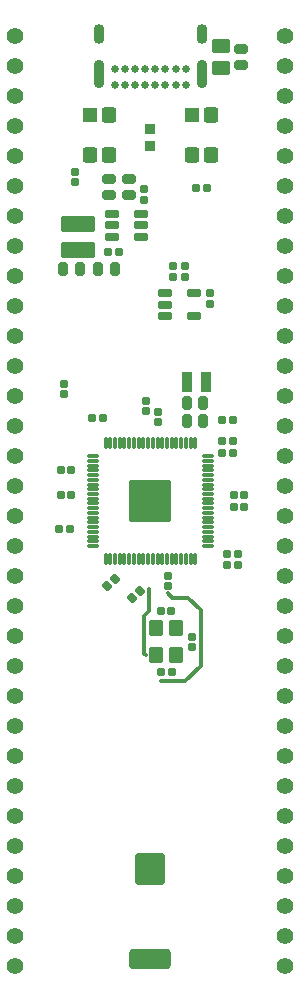
<source format=gts>
G04*
G04 #@! TF.GenerationSoftware,Altium Limited,Altium Designer,25.4.2 (15)*
G04*
G04 Layer_Color=8388736*
%FSLAX44Y44*%
%MOMM*%
G71*
G04*
G04 #@! TF.SameCoordinates,8C631885-24FB-4105-B1F4-A81627B1BDD2*
G04*
G04*
G04 #@! TF.FilePolarity,Negative*
G04*
G01*
G75*
G04:AMPARAMS|DCode=33|XSize=0.87mm|YSize=1.14mm|CornerRadius=0.165mm|HoleSize=0mm|Usage=FLASHONLY|Rotation=90.000|XOffset=0mm|YOffset=0mm|HoleType=Round|Shape=RoundedRectangle|*
%AMROUNDEDRECTD33*
21,1,0.8700,0.8100,0,0,90.0*
21,1,0.5400,1.1400,0,0,90.0*
1,1,0.3300,0.4050,0.2700*
1,1,0.3300,0.4050,-0.2700*
1,1,0.3300,-0.4050,-0.2700*
1,1,0.3300,-0.4050,0.2700*
%
%ADD33ROUNDEDRECTD33*%
G04:AMPARAMS|DCode=34|XSize=1.55mm|YSize=1.2mm|CornerRadius=0.2063mm|HoleSize=0mm|Usage=FLASHONLY|Rotation=180.000|XOffset=0mm|YOffset=0mm|HoleType=Round|Shape=RoundedRectangle|*
%AMROUNDEDRECTD34*
21,1,1.5500,0.7875,0,0,180.0*
21,1,1.1375,1.2000,0,0,180.0*
1,1,0.4125,-0.5688,0.3938*
1,1,0.4125,0.5688,0.3938*
1,1,0.4125,0.5688,-0.3938*
1,1,0.4125,-0.5688,-0.3938*
%
%ADD34ROUNDEDRECTD34*%
G04:AMPARAMS|DCode=35|XSize=2.7mm|YSize=2.5mm|CornerRadius=0.25mm|HoleSize=0mm|Usage=FLASHONLY|Rotation=90.000|XOffset=0mm|YOffset=0mm|HoleType=Round|Shape=RoundedRectangle|*
%AMROUNDEDRECTD35*
21,1,2.7000,2.0000,0,0,90.0*
21,1,2.2000,2.5000,0,0,90.0*
1,1,0.5000,1.0000,1.1000*
1,1,0.5000,1.0000,-1.1000*
1,1,0.5000,-1.0000,-1.1000*
1,1,0.5000,-1.0000,1.1000*
%
%ADD35ROUNDEDRECTD35*%
G04:AMPARAMS|DCode=36|XSize=1.7mm|YSize=3.5mm|CornerRadius=0.25mm|HoleSize=0mm|Usage=FLASHONLY|Rotation=90.000|XOffset=0mm|YOffset=0mm|HoleType=Round|Shape=RoundedRectangle|*
%AMROUNDEDRECTD36*
21,1,1.7000,3.0000,0,0,90.0*
21,1,1.2000,3.5000,0,0,90.0*
1,1,0.5000,1.5000,0.6000*
1,1,0.5000,1.5000,-0.6000*
1,1,0.5000,-1.5000,-0.6000*
1,1,0.5000,-1.5000,0.6000*
%
%ADD36ROUNDEDRECTD36*%
G04:AMPARAMS|DCode=37|XSize=1.3mm|YSize=2.8mm|CornerRadius=0.1mm|HoleSize=0mm|Usage=FLASHONLY|Rotation=90.000|XOffset=0mm|YOffset=0mm|HoleType=Round|Shape=RoundedRectangle|*
%AMROUNDEDRECTD37*
21,1,1.3000,2.6000,0,0,90.0*
21,1,1.1000,2.8000,0,0,90.0*
1,1,0.2000,1.3000,0.5500*
1,1,0.2000,1.3000,-0.5500*
1,1,0.2000,-1.3000,-0.5500*
1,1,0.2000,-1.3000,0.5500*
%
%ADD37ROUNDEDRECTD37*%
G04:AMPARAMS|DCode=38|XSize=0.9mm|YSize=0.9mm|CornerRadius=0.1mm|HoleSize=0mm|Usage=FLASHONLY|Rotation=270.000|XOffset=0mm|YOffset=0mm|HoleType=Round|Shape=RoundedRectangle|*
%AMROUNDEDRECTD38*
21,1,0.9000,0.7000,0,0,270.0*
21,1,0.7000,0.9000,0,0,270.0*
1,1,0.2000,-0.3500,-0.3500*
1,1,0.2000,-0.3500,0.3500*
1,1,0.2000,0.3500,0.3500*
1,1,0.2000,0.3500,-0.3500*
%
%ADD38ROUNDEDRECTD38*%
G04:AMPARAMS|DCode=39|XSize=0.87mm|YSize=1.14mm|CornerRadius=0.165mm|HoleSize=0mm|Usage=FLASHONLY|Rotation=0.000|XOffset=0mm|YOffset=0mm|HoleType=Round|Shape=RoundedRectangle|*
%AMROUNDEDRECTD39*
21,1,0.8700,0.8100,0,0,0.0*
21,1,0.5400,1.1400,0,0,0.0*
1,1,0.3300,0.2700,-0.4050*
1,1,0.3300,-0.2700,-0.4050*
1,1,0.3300,-0.2700,0.4050*
1,1,0.3300,0.2700,0.4050*
%
%ADD39ROUNDEDRECTD39*%
G04:AMPARAMS|DCode=40|XSize=0.7mm|YSize=0.75mm|CornerRadius=0.1438mm|HoleSize=0mm|Usage=FLASHONLY|Rotation=270.000|XOffset=0mm|YOffset=0mm|HoleType=Round|Shape=RoundedRectangle|*
%AMROUNDEDRECTD40*
21,1,0.7000,0.4625,0,0,270.0*
21,1,0.4125,0.7500,0,0,270.0*
1,1,0.2875,-0.2313,-0.2063*
1,1,0.2875,-0.2313,0.2063*
1,1,0.2875,0.2313,0.2063*
1,1,0.2875,0.2313,-0.2063*
%
%ADD40ROUNDEDRECTD40*%
G04:AMPARAMS|DCode=41|XSize=0.7mm|YSize=0.75mm|CornerRadius=0.1438mm|HoleSize=0mm|Usage=FLASHONLY|Rotation=0.000|XOffset=0mm|YOffset=0mm|HoleType=Round|Shape=RoundedRectangle|*
%AMROUNDEDRECTD41*
21,1,0.7000,0.4625,0,0,0.0*
21,1,0.4125,0.7500,0,0,0.0*
1,1,0.2875,0.2063,-0.2313*
1,1,0.2875,-0.2063,-0.2313*
1,1,0.2875,-0.2063,0.2313*
1,1,0.2875,0.2063,0.2313*
%
%ADD41ROUNDEDRECTD41*%
G04:AMPARAMS|DCode=42|XSize=0.7mm|YSize=0.75mm|CornerRadius=0.1438mm|HoleSize=0mm|Usage=FLASHONLY|Rotation=225.000|XOffset=0mm|YOffset=0mm|HoleType=Round|Shape=RoundedRectangle|*
%AMROUNDEDRECTD42*
21,1,0.7000,0.4625,0,0,225.0*
21,1,0.4125,0.7500,0,0,225.0*
1,1,0.2875,-0.3094,0.0177*
1,1,0.2875,-0.0177,0.3094*
1,1,0.2875,0.3094,-0.0177*
1,1,0.2875,0.0177,-0.3094*
%
%ADD42ROUNDEDRECTD42*%
G04:AMPARAMS|DCode=43|XSize=0.9mm|YSize=1.7mm|CornerRadius=0.1mm|HoleSize=0mm|Usage=FLASHONLY|Rotation=0.000|XOffset=0mm|YOffset=0mm|HoleType=Round|Shape=RoundedRectangle|*
%AMROUNDEDRECTD43*
21,1,0.9000,1.5000,0,0,0.0*
21,1,0.7000,1.7000,0,0,0.0*
1,1,0.2000,0.3500,-0.7500*
1,1,0.2000,-0.3500,-0.7500*
1,1,0.2000,-0.3500,0.7500*
1,1,0.2000,0.3500,0.7500*
%
%ADD43ROUNDEDRECTD43*%
G04:AMPARAMS|DCode=44|XSize=1.2mm|YSize=0.7mm|CornerRadius=0.1438mm|HoleSize=0mm|Usage=FLASHONLY|Rotation=0.000|XOffset=0mm|YOffset=0mm|HoleType=Round|Shape=RoundedRectangle|*
%AMROUNDEDRECTD44*
21,1,1.2000,0.4125,0,0,0.0*
21,1,0.9125,0.7000,0,0,0.0*
1,1,0.2875,0.4563,-0.2063*
1,1,0.2875,-0.4563,-0.2063*
1,1,0.2875,-0.4563,0.2063*
1,1,0.2875,0.4563,0.2063*
%
%ADD44ROUNDEDRECTD44*%
G04:AMPARAMS|DCode=45|XSize=1.15mm|YSize=1.4mm|CornerRadius=0.1mm|HoleSize=0mm|Usage=FLASHONLY|Rotation=0.000|XOffset=0mm|YOffset=0mm|HoleType=Round|Shape=RoundedRectangle|*
%AMROUNDEDRECTD45*
21,1,1.1500,1.2000,0,0,0.0*
21,1,0.9500,1.4000,0,0,0.0*
1,1,0.2000,0.4750,-0.6000*
1,1,0.2000,-0.4750,-0.6000*
1,1,0.2000,-0.4750,0.6000*
1,1,0.2000,0.4750,0.6000*
%
%ADD45ROUNDEDRECTD45*%
G04:AMPARAMS|DCode=46|XSize=1.15mm|YSize=0.65mm|CornerRadius=0.1188mm|HoleSize=0mm|Usage=FLASHONLY|Rotation=180.000|XOffset=0mm|YOffset=0mm|HoleType=Round|Shape=RoundedRectangle|*
%AMROUNDEDRECTD46*
21,1,1.1500,0.4125,0,0,180.0*
21,1,0.9125,0.6500,0,0,180.0*
1,1,0.2375,-0.4563,0.2063*
1,1,0.2375,0.4563,0.2063*
1,1,0.2375,0.4563,-0.2063*
1,1,0.2375,-0.4563,-0.2063*
%
%ADD46ROUNDEDRECTD46*%
G04:AMPARAMS|DCode=47|XSize=0.3mm|YSize=0.95mm|CornerRadius=0.1mm|HoleSize=0mm|Usage=FLASHONLY|Rotation=90.000|XOffset=0mm|YOffset=0mm|HoleType=Round|Shape=RoundedRectangle|*
%AMROUNDEDRECTD47*
21,1,0.3000,0.7500,0,0,90.0*
21,1,0.1000,0.9500,0,0,90.0*
1,1,0.2000,0.3750,0.0500*
1,1,0.2000,0.3750,-0.0500*
1,1,0.2000,-0.3750,-0.0500*
1,1,0.2000,-0.3750,0.0500*
%
%ADD47ROUNDEDRECTD47*%
G04:AMPARAMS|DCode=48|XSize=0.3mm|YSize=0.95mm|CornerRadius=0.1mm|HoleSize=0mm|Usage=FLASHONLY|Rotation=0.000|XOffset=0mm|YOffset=0mm|HoleType=Round|Shape=RoundedRectangle|*
%AMROUNDEDRECTD48*
21,1,0.3000,0.7500,0,0,0.0*
21,1,0.1000,0.9500,0,0,0.0*
1,1,0.2000,0.0500,-0.3750*
1,1,0.2000,-0.0500,-0.3750*
1,1,0.2000,-0.0500,0.3750*
1,1,0.2000,0.0500,0.3750*
%
%ADD48ROUNDEDRECTD48*%
G04:AMPARAMS|DCode=49|XSize=3.5mm|YSize=3.5mm|CornerRadius=0.1mm|HoleSize=0mm|Usage=FLASHONLY|Rotation=0.000|XOffset=0mm|YOffset=0mm|HoleType=Round|Shape=RoundedRectangle|*
%AMROUNDEDRECTD49*
21,1,3.5000,3.3000,0,0,0.0*
21,1,3.3000,3.5000,0,0,0.0*
1,1,0.2000,1.6500,-1.6500*
1,1,0.2000,-1.6500,-1.6500*
1,1,0.2000,-1.6500,1.6500*
1,1,0.2000,1.6500,1.6500*
%
%ADD49ROUNDEDRECTD49*%
G04:AMPARAMS|DCode=50|XSize=1.3mm|YSize=1.2mm|CornerRadius=0.2063mm|HoleSize=0mm|Usage=FLASHONLY|Rotation=270.000|XOffset=0mm|YOffset=0mm|HoleType=Round|Shape=RoundedRectangle|*
%AMROUNDEDRECTD50*
21,1,1.3000,0.7875,0,0,270.0*
21,1,0.8875,1.2000,0,0,270.0*
1,1,0.4125,-0.3938,-0.4438*
1,1,0.4125,-0.3938,0.4438*
1,1,0.4125,0.3938,0.4438*
1,1,0.4125,0.3938,-0.4438*
%
%ADD50ROUNDEDRECTD50*%
%ADD51R,1.2000X1.3000*%
%ADD52C,0.3000*%
%ADD53C,1.4000*%
G04:AMPARAMS|DCode=54|XSize=0.9mm|YSize=1.7mm|CornerRadius=0.45mm|HoleSize=0mm|Usage=FLASHONLY|Rotation=180.000|XOffset=0mm|YOffset=0mm|HoleType=Round|Shape=RoundedRectangle|*
%AMROUNDEDRECTD54*
21,1,0.9000,0.8000,0,0,180.0*
21,1,0.0000,1.7000,0,0,180.0*
1,1,0.9000,0.0000,0.4000*
1,1,0.9000,0.0000,0.4000*
1,1,0.9000,0.0000,-0.4000*
1,1,0.9000,0.0000,-0.4000*
%
%ADD54ROUNDEDRECTD54*%
G04:AMPARAMS|DCode=55|XSize=0.9mm|YSize=2.4mm|CornerRadius=0.45mm|HoleSize=0mm|Usage=FLASHONLY|Rotation=180.000|XOffset=0mm|YOffset=0mm|HoleType=Round|Shape=RoundedRectangle|*
%AMROUNDEDRECTD55*
21,1,0.9000,1.5000,0,0,180.0*
21,1,0.0000,2.4000,0,0,180.0*
1,1,0.9000,0.0000,0.7500*
1,1,0.9000,0.0000,0.7500*
1,1,0.9000,0.0000,-0.7500*
1,1,0.9000,0.0000,-0.7500*
%
%ADD55ROUNDEDRECTD55*%
%ADD56C,0.6500*%
%ADD57C,0.7032*%
D33*
X77000Y369100D02*
D03*
Y382900D02*
D03*
X-18012Y272552D02*
D03*
Y258752D02*
D03*
X-35000Y272900D02*
D03*
Y259100D02*
D03*
D34*
X60000Y366500D02*
D03*
Y385500D02*
D03*
D35*
X0Y-311750D02*
D03*
D36*
Y-387875D02*
D03*
D37*
X-61252Y212742D02*
D03*
Y234742D02*
D03*
D38*
X-1Y315349D02*
D03*
X-1Y300349D02*
D03*
D39*
X-30222Y196818D02*
D03*
X-44022D02*
D03*
X-73740D02*
D03*
X-59940D02*
D03*
X44768Y83026D02*
D03*
X30968D02*
D03*
X44768Y68040D02*
D03*
X30968D02*
D03*
D40*
X50038Y166950D02*
D03*
X50038Y175950D02*
D03*
X19072Y189778D02*
D03*
X19072Y198778D02*
D03*
X64507Y-54062D02*
D03*
X64507Y-45062D02*
D03*
X-63732Y270042D02*
D03*
X-63732Y279042D02*
D03*
X14500Y-72096D02*
D03*
X14500Y-63096D02*
D03*
X35074Y-114658D02*
D03*
Y-123658D02*
D03*
X-73000Y90500D02*
D03*
X-73000Y99500D02*
D03*
X29534Y189806D02*
D03*
X29534Y198806D02*
D03*
X-5058Y264310D02*
D03*
X-5058Y255310D02*
D03*
X74159Y-54062D02*
D03*
X74159Y-45062D02*
D03*
X-3788Y84958D02*
D03*
X-3788Y75958D02*
D03*
X6118Y75814D02*
D03*
X6118Y66814D02*
D03*
D41*
X69546Y51022D02*
D03*
X60546Y51022D02*
D03*
X8984Y-144812D02*
D03*
X17984D02*
D03*
X-76106Y26384D02*
D03*
X-67106Y26384D02*
D03*
X-76106Y4794D02*
D03*
X-67106D02*
D03*
X-36034Y210534D02*
D03*
X-27034D02*
D03*
X79452Y4763D02*
D03*
X70452Y4764D02*
D03*
X38934Y264668D02*
D03*
X47934D02*
D03*
X17730Y-93250D02*
D03*
X8730Y-93250D02*
D03*
X69546Y68802D02*
D03*
X60546D02*
D03*
X69546Y40862D02*
D03*
X60546Y40862D02*
D03*
X-77500Y-24000D02*
D03*
X-68500Y-24000D02*
D03*
X-49436Y70580D02*
D03*
X-40436D02*
D03*
X79452Y-4888D02*
D03*
X70452D02*
D03*
D42*
X-15606Y-82462D02*
D03*
X-9242Y-76098D02*
D03*
X-36688Y-72048D02*
D03*
X-30324Y-65684D02*
D03*
D43*
X30630Y100552D02*
D03*
X46630D02*
D03*
D44*
X36906Y175838D02*
D03*
Y156838D02*
D03*
X11906Y156838D02*
D03*
X11906Y166338D02*
D03*
X11906Y175838D02*
D03*
D45*
X21980Y-130404D02*
D03*
X21980Y-107404D02*
D03*
X4480D02*
D03*
X4480Y-130404D02*
D03*
D46*
X-32858Y223894D02*
D03*
Y233394D02*
D03*
X-32858Y242894D02*
D03*
X-7858Y242894D02*
D03*
Y233394D02*
D03*
X-7858Y223894D02*
D03*
D47*
X-49000Y38000D02*
D03*
X-49000Y34000D02*
D03*
X-49000Y30000D02*
D03*
X-49000Y26000D02*
D03*
Y22000D02*
D03*
X-49000Y18000D02*
D03*
Y14000D02*
D03*
X-49000Y10000D02*
D03*
X-49000Y6000D02*
D03*
X-49000Y2000D02*
D03*
X-49000Y-2000D02*
D03*
X-49000Y-6000D02*
D03*
X-49000Y-10000D02*
D03*
X-49000Y-14000D02*
D03*
X-49000Y-18000D02*
D03*
X-49000Y-22000D02*
D03*
X-49000Y-26000D02*
D03*
Y-30000D02*
D03*
X-49000Y-34000D02*
D03*
X-49000Y-38000D02*
D03*
X49000Y-38000D02*
D03*
X49000Y-34000D02*
D03*
X49000Y-30000D02*
D03*
Y-26000D02*
D03*
Y-22000D02*
D03*
X49000Y-18000D02*
D03*
Y-14000D02*
D03*
X49000Y-10000D02*
D03*
Y-6000D02*
D03*
X49000Y-2000D02*
D03*
X49000Y2000D02*
D03*
X49000Y6000D02*
D03*
Y10000D02*
D03*
X49000Y14000D02*
D03*
X49000Y18000D02*
D03*
X49000Y22000D02*
D03*
X49000Y26000D02*
D03*
Y30000D02*
D03*
X49000Y34000D02*
D03*
X49000Y38000D02*
D03*
D48*
X-38000Y-49000D02*
D03*
X-34000Y-49000D02*
D03*
X-30000Y-49000D02*
D03*
X-26000Y-49000D02*
D03*
X-22000D02*
D03*
X-18000Y-49000D02*
D03*
X-14000D02*
D03*
X-10000Y-49000D02*
D03*
X-6000Y-49000D02*
D03*
X-2000Y-49000D02*
D03*
X2000Y-49000D02*
D03*
X6000Y-49000D02*
D03*
X10000Y-49000D02*
D03*
X14000Y-49000D02*
D03*
X18000Y-49000D02*
D03*
X22000Y-49000D02*
D03*
X26000Y-49000D02*
D03*
X30000D02*
D03*
X34000Y-49000D02*
D03*
X38000Y-49000D02*
D03*
X38000Y49000D02*
D03*
X34000Y49000D02*
D03*
X30000Y49000D02*
D03*
X26000D02*
D03*
X22000D02*
D03*
X18000Y49000D02*
D03*
X14000D02*
D03*
X10000Y49000D02*
D03*
X6000D02*
D03*
X2000Y49000D02*
D03*
X-2000Y49000D02*
D03*
X-6000Y49000D02*
D03*
X-10000D02*
D03*
X-14000Y49000D02*
D03*
X-18000Y49000D02*
D03*
X-22000Y49000D02*
D03*
X-26000Y49000D02*
D03*
X-30000D02*
D03*
X-34000Y49000D02*
D03*
X-38000Y49000D02*
D03*
D49*
X0Y0D02*
D03*
D50*
X50952Y293098D02*
D03*
X35452D02*
D03*
X50952Y326598D02*
D03*
X-35408Y293098D02*
D03*
X-50908D02*
D03*
X-35408Y326598D02*
D03*
D51*
X35452D02*
D03*
X-50908D02*
D03*
D52*
X42440Y-139224D02*
Y-92488D01*
X29486Y-152178D02*
X42440Y-139224D01*
X-5278Y-129082D02*
X-4107Y-130254D01*
X8984Y-151984D02*
X9178Y-152178D01*
X-5278Y-129082D02*
Y-97280D01*
X31899Y-81947D02*
X42440Y-92488D01*
X18437Y-81947D02*
X25168D01*
X31899D01*
X-1413Y-93415D02*
Y-74313D01*
X14500Y-78010D02*
X18437Y-81947D01*
X9178Y-152178D02*
X29486D01*
X-5278Y-97280D02*
X-1413Y-93415D01*
D53*
X-114300Y393700D02*
D03*
Y368300D02*
D03*
Y342900D02*
D03*
Y317500D02*
D03*
Y292100D02*
D03*
Y266700D02*
D03*
Y241300D02*
D03*
Y215900D02*
D03*
Y190500D02*
D03*
Y165100D02*
D03*
Y139700D02*
D03*
Y114300D02*
D03*
Y88900D02*
D03*
Y63500D02*
D03*
Y38100D02*
D03*
Y12700D02*
D03*
Y-12700D02*
D03*
Y-38100D02*
D03*
Y-63500D02*
D03*
Y-88900D02*
D03*
X114300D02*
D03*
Y-63500D02*
D03*
Y-38100D02*
D03*
Y-12700D02*
D03*
Y12700D02*
D03*
Y38100D02*
D03*
Y63500D02*
D03*
Y88900D02*
D03*
Y114300D02*
D03*
Y139700D02*
D03*
Y165100D02*
D03*
Y190500D02*
D03*
Y215900D02*
D03*
Y241300D02*
D03*
Y266700D02*
D03*
Y292100D02*
D03*
Y317500D02*
D03*
Y342900D02*
D03*
Y368300D02*
D03*
Y393700D02*
D03*
Y-114300D02*
D03*
Y-139700D02*
D03*
Y-165100D02*
D03*
Y-190500D02*
D03*
Y-215900D02*
D03*
Y-241300D02*
D03*
Y-266700D02*
D03*
Y-292100D02*
D03*
Y-317500D02*
D03*
Y-342900D02*
D03*
Y-368300D02*
D03*
Y-393700D02*
D03*
X-114300D02*
D03*
Y-368300D02*
D03*
Y-342900D02*
D03*
Y-317500D02*
D03*
Y-292100D02*
D03*
Y-266700D02*
D03*
Y-241300D02*
D03*
Y-215900D02*
D03*
Y-190500D02*
D03*
Y-165100D02*
D03*
Y-139700D02*
D03*
Y-114300D02*
D03*
D54*
X43250Y395780D02*
D03*
X-43250D02*
D03*
D55*
X43250Y361980D02*
D03*
X-43250D02*
D03*
D56*
X29750Y352180D02*
D03*
X21250D02*
D03*
X12750D02*
D03*
X4250D02*
D03*
X-4250D02*
D03*
X-12750D02*
D03*
X-21250D02*
D03*
X-29750D02*
D03*
Y365680D02*
D03*
X-21250D02*
D03*
X-12750D02*
D03*
X-4250D02*
D03*
X4250D02*
D03*
X12750D02*
D03*
X21250D02*
D03*
X29750D02*
D03*
D57*
X-11000Y11000D02*
D03*
X0Y11000D02*
D03*
X11000Y11000D02*
D03*
X-11000Y0D02*
D03*
X0D02*
D03*
X11000D02*
D03*
X-11000Y-11000D02*
D03*
X0Y-11000D02*
D03*
X11000Y-11000D02*
D03*
M02*

</source>
